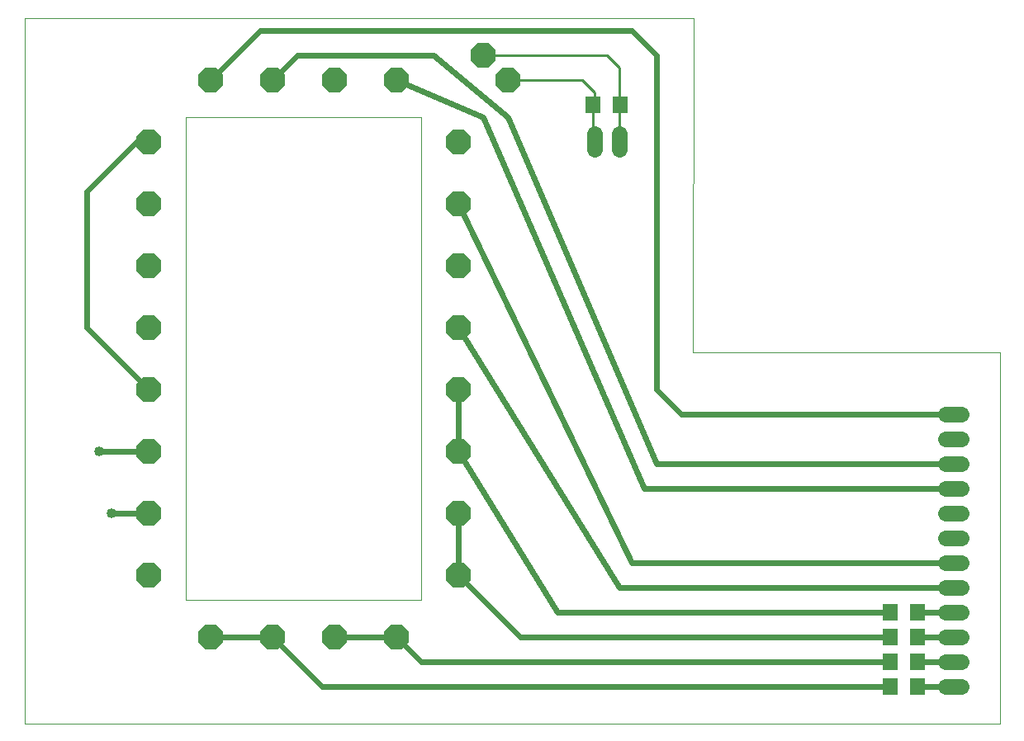
<source format=gtl>
G75*
G70*
%OFA0B0*%
%FSLAX24Y24*%
%IPPOS*%
%LPD*%
%AMOC8*
5,1,8,0,0,1.08239X$1,22.5*
%
%ADD10C,0.0000*%
%ADD11C,0.0640*%
%ADD12OC8,0.1000*%
%ADD13R,0.0630X0.0710*%
%ADD14C,0.0240*%
%ADD15C,0.0400*%
%ADD16C,0.0100*%
D10*
X000101Y000101D02*
X000101Y028597D01*
X027101Y028601D01*
X027097Y015097D01*
X039471Y015097D01*
X039471Y000101D01*
X000101Y000101D01*
X006601Y005101D02*
X006601Y024601D01*
X016101Y024601D01*
X016101Y005101D01*
X006601Y005101D01*
D11*
X023101Y023281D02*
X023101Y023921D01*
X024101Y023921D02*
X024101Y023281D01*
X037281Y012601D02*
X037921Y012601D01*
X037921Y011601D02*
X037281Y011601D01*
X037281Y010601D02*
X037921Y010601D01*
X037921Y009601D02*
X037281Y009601D01*
X037281Y008601D02*
X037921Y008601D01*
X037921Y007601D02*
X037281Y007601D01*
X037281Y006601D02*
X037921Y006601D01*
X037921Y005601D02*
X037281Y005601D01*
X037281Y004601D02*
X037921Y004601D01*
X037921Y003601D02*
X037281Y003601D01*
X037281Y002601D02*
X037921Y002601D01*
X037921Y001601D02*
X037281Y001601D01*
D12*
X017601Y006101D03*
X017601Y008601D03*
X017601Y011101D03*
X017601Y013601D03*
X017601Y016101D03*
X017601Y018601D03*
X017601Y021101D03*
X017601Y023601D03*
X019601Y026101D03*
X018601Y027101D03*
X015101Y026101D03*
X012601Y026101D03*
X010101Y026101D03*
X007601Y026101D03*
X005101Y023601D03*
X005101Y021101D03*
X005101Y018601D03*
X005101Y016101D03*
X005101Y013601D03*
X005101Y011101D03*
X005101Y008601D03*
X005101Y006101D03*
X007601Y003601D03*
X010101Y003601D03*
X012601Y003601D03*
X015101Y003601D03*
D13*
X035041Y003601D03*
X035041Y002601D03*
X036161Y002601D03*
X036161Y003601D03*
X036161Y004601D03*
X035041Y004601D03*
X035041Y001601D03*
X036161Y001601D03*
X024161Y025101D03*
X023041Y025101D03*
D14*
X025601Y027101D02*
X024601Y028101D01*
X009601Y028101D01*
X007601Y026101D01*
X010101Y026101D02*
X011101Y027101D01*
X016601Y027101D01*
X019601Y024601D01*
X025601Y010601D01*
X037601Y010601D01*
X037601Y009601D02*
X025101Y009601D01*
X018601Y024601D01*
X015101Y026101D01*
X017601Y021101D02*
X024601Y006601D01*
X037601Y006601D01*
X037601Y005601D02*
X024101Y005601D01*
X017601Y016101D01*
X017601Y013601D02*
X017601Y011101D01*
X021601Y004601D01*
X035041Y004601D01*
X036161Y004601D02*
X037601Y004601D01*
X037601Y003601D02*
X036161Y003601D01*
X036161Y002601D02*
X037601Y002601D01*
X037601Y001601D02*
X036161Y001601D01*
X035041Y001601D02*
X012101Y001601D01*
X010101Y003601D01*
X007601Y003601D01*
X012601Y003601D02*
X015101Y003601D01*
X016101Y002601D01*
X035041Y002601D01*
X035041Y003601D02*
X020101Y003601D01*
X017601Y006101D01*
X017601Y008601D01*
X025601Y013601D02*
X025601Y027101D01*
X025601Y013601D02*
X026601Y012601D01*
X037601Y012601D01*
X005101Y013601D02*
X002601Y016101D01*
X002601Y021601D01*
X004601Y023601D01*
X005101Y023601D01*
X005101Y011101D02*
X003101Y011101D01*
X003601Y008601D02*
X005101Y008601D01*
D15*
X003601Y008601D03*
X003101Y011101D03*
D16*
X023041Y023661D02*
X023101Y023601D01*
X023041Y023661D02*
X023041Y025101D01*
X023101Y025161D01*
X023101Y025601D01*
X022601Y026101D01*
X019601Y026101D01*
X018601Y027101D02*
X023601Y027101D01*
X024101Y026601D01*
X024101Y025161D01*
X024161Y025101D01*
X024101Y025041D01*
X024101Y023601D01*
M02*

</source>
